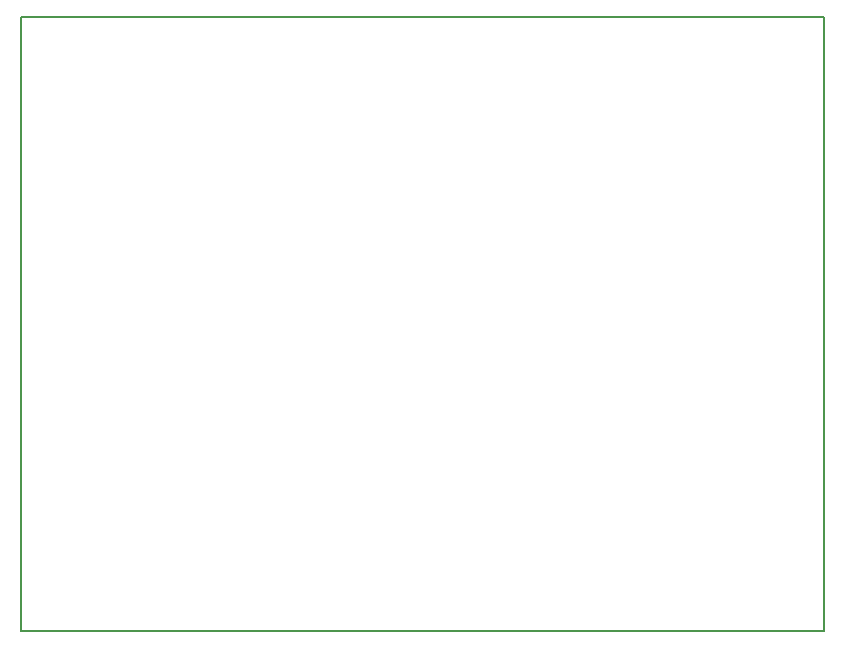
<source format=gm1>
G04 #@! TF.FileFunction,Profile,NP*
%FSLAX46Y46*%
G04 Gerber Fmt 4.6, Leading zero omitted, Abs format (unit mm)*
G04 Created by KiCad (PCBNEW 4.0.7) date 12/08/17 17:27:16*
%MOMM*%
%LPD*%
G01*
G04 APERTURE LIST*
%ADD10C,0.100000*%
%ADD11C,0.150000*%
G04 APERTURE END LIST*
D10*
D11*
X197000000Y-118000000D02*
X129000000Y-118000000D01*
X197000000Y-66000000D02*
X197000000Y-118000000D01*
X129000000Y-66000000D02*
X197000000Y-66000000D01*
X129000000Y-118000000D02*
X129000000Y-66000000D01*
M02*

</source>
